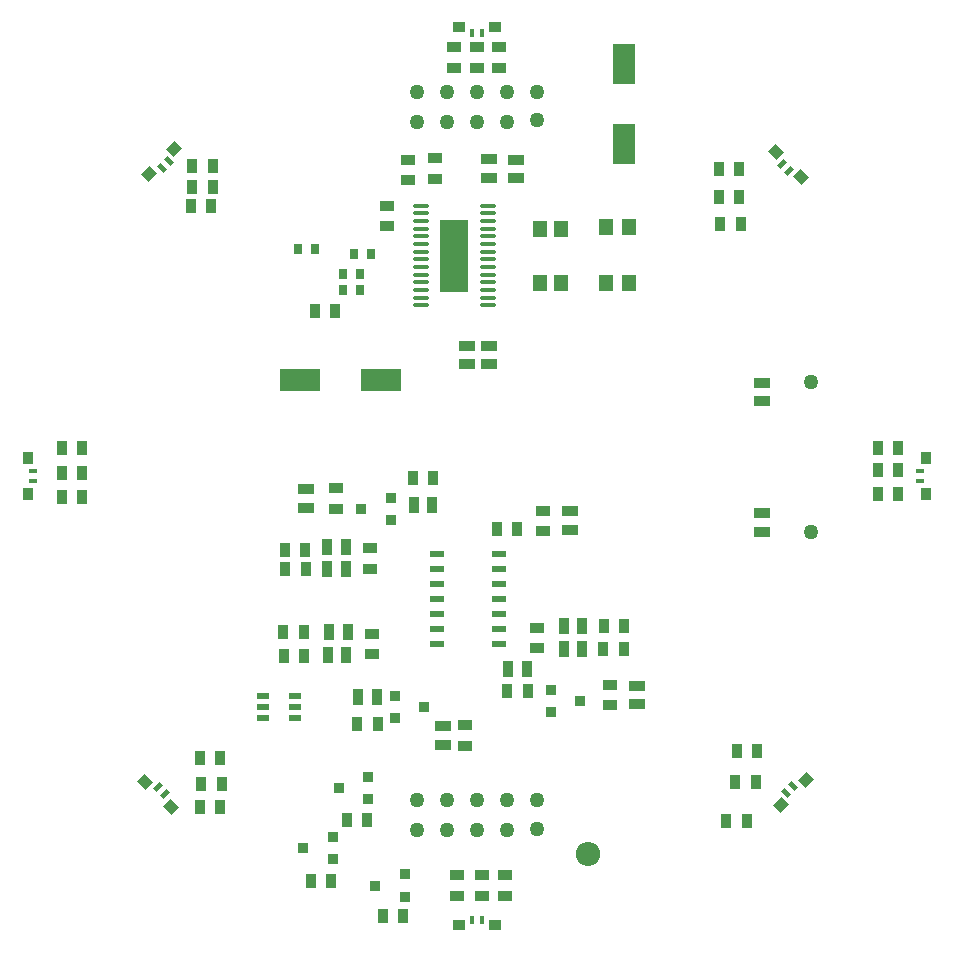
<source format=gbr>
%TF.GenerationSoftware,Altium Limited,Altium Designer,18.1.6 (161)*%
G04 Layer_Color=255*
%FSLAX26Y26*%
%MOIN*%
%TF.FileFunction,Pads,Top*%
%TF.Part,Single*%
G01*
G75*
%TA.AperFunction,SMDPad,CuDef*%
%ADD11R,0.137795X0.076772*%
G04:AMPARAMS|DCode=12|XSize=39.37mil|YSize=35.433mil|CornerRadius=0mil|HoleSize=0mil|Usage=FLASHONLY|Rotation=315.000|XOffset=0mil|YOffset=0mil|HoleType=Round|Shape=Rectangle|*
%AMROTATEDRECTD12*
4,1,4,-0.026447,0.001392,-0.001392,0.026447,0.026447,-0.001392,0.001392,-0.026447,-0.026447,0.001392,0.0*
%
%ADD12ROTATEDRECTD12*%

G04:AMPARAMS|DCode=13|XSize=15.748mil|YSize=31.496mil|CornerRadius=0mil|HoleSize=0mil|Usage=FLASHONLY|Rotation=315.000|XOffset=0mil|YOffset=0mil|HoleType=Round|Shape=Rectangle|*
%AMROTATEDRECTD13*
4,1,4,-0.016703,-0.005568,0.005568,0.016703,0.016703,0.005568,-0.005568,-0.016703,-0.016703,-0.005568,0.0*
%
%ADD13ROTATEDRECTD13*%

%ADD14R,0.053150X0.037402*%
%ADD15R,0.051181X0.033465*%
%ADD16R,0.033465X0.051181*%
%ADD17R,0.039370X0.023622*%
%ADD18R,0.037402X0.035433*%
%ADD19R,0.037402X0.053150*%
%ADD20R,0.046457X0.022835*%
%ADD21R,0.094488X0.242913*%
%ADD22O,0.055118X0.013780*%
%ADD23R,0.039370X0.035433*%
%ADD24R,0.015748X0.031496*%
G04:AMPARAMS|DCode=25|XSize=39.37mil|YSize=35.433mil|CornerRadius=0mil|HoleSize=0mil|Usage=FLASHONLY|Rotation=45.000|XOffset=0mil|YOffset=0mil|HoleType=Round|Shape=Rectangle|*
%AMROTATEDRECTD25*
4,1,4,-0.001392,-0.026447,-0.026447,-0.001392,0.001392,0.026447,0.026447,0.001392,-0.001392,-0.026447,0.0*
%
%ADD25ROTATEDRECTD25*%

G04:AMPARAMS|DCode=26|XSize=15.748mil|YSize=31.496mil|CornerRadius=0mil|HoleSize=0mil|Usage=FLASHONLY|Rotation=45.000|XOffset=0mil|YOffset=0mil|HoleType=Round|Shape=Rectangle|*
%AMROTATEDRECTD26*
4,1,4,0.005568,-0.016703,-0.016703,0.005568,-0.005568,0.016703,0.016703,-0.005568,0.005568,-0.016703,0.0*
%
%ADD26ROTATEDRECTD26*%

%ADD27R,0.035433X0.039370*%
%ADD28R,0.031496X0.015748*%
%ADD29R,0.076772X0.137795*%
%ADD30R,0.027559X0.035433*%
%ADD31R,0.045276X0.057087*%
%ADD32R,0.050591X0.057874*%
%TA.AperFunction,ComponentPad*%
%ADD36C,0.050000*%
%ADD37O,0.081102X0.081102*%
D11*
X2829213Y3470000D02*
D03*
X2559528D02*
D03*
D12*
X2045000Y2130000D02*
D03*
X2128517Y2046483D02*
D03*
X4231758Y4148242D02*
D03*
X4148242Y4231758D02*
D03*
D13*
X2110421Y2089634D02*
D03*
X2088150Y2111905D02*
D03*
X4166337Y4188608D02*
D03*
X4188608Y4166337D02*
D03*
D14*
X3191496Y3585000D02*
D03*
Y3522008D02*
D03*
X3460000Y3034094D02*
D03*
Y2971102D02*
D03*
X3685000Y2388504D02*
D03*
Y2451496D02*
D03*
X3037598Y2253504D02*
D03*
Y2316496D02*
D03*
X2580000Y3106496D02*
D03*
Y3043504D02*
D03*
X3116496Y3585000D02*
D03*
Y3522008D02*
D03*
X4100000Y3026496D02*
D03*
Y2963504D02*
D03*
Y3461496D02*
D03*
Y3398504D02*
D03*
X3280000Y4205000D02*
D03*
Y4142008D02*
D03*
X3190000Y4206496D02*
D03*
Y4143504D02*
D03*
D15*
X3370000Y3033465D02*
D03*
Y2966535D02*
D03*
X3595000Y2386535D02*
D03*
Y2453465D02*
D03*
X3348708Y2576535D02*
D03*
Y2643465D02*
D03*
X3110000Y2251535D02*
D03*
Y2318465D02*
D03*
X2680000Y3108465D02*
D03*
Y3041535D02*
D03*
X2793465Y2908465D02*
D03*
Y2841535D02*
D03*
X2798465Y2556535D02*
D03*
Y2623465D02*
D03*
X3010000Y4208465D02*
D03*
Y4141535D02*
D03*
X3085000Y1751535D02*
D03*
Y1818465D02*
D03*
X3165354Y1751535D02*
D03*
Y1818465D02*
D03*
X3245000Y1751535D02*
D03*
Y1818465D02*
D03*
X3075000Y4578465D02*
D03*
Y4511535D02*
D03*
X3225000Y4578465D02*
D03*
Y4511535D02*
D03*
X3149606Y4578465D02*
D03*
Y4511535D02*
D03*
X2850000Y4050000D02*
D03*
Y3983071D02*
D03*
X2920000Y4203465D02*
D03*
Y4136535D02*
D03*
D16*
X3283465Y2975000D02*
D03*
X3216535D02*
D03*
X2751535Y2325000D02*
D03*
X2818465D02*
D03*
X3251535Y2435000D02*
D03*
X3318465D02*
D03*
X3572827Y2650000D02*
D03*
X3639756D02*
D03*
X2505000Y2630000D02*
D03*
X2571929D02*
D03*
X2573465Y2550000D02*
D03*
X2506535D02*
D03*
X3003465Y3145000D02*
D03*
X2936535D02*
D03*
X2510000Y2905000D02*
D03*
X2576929D02*
D03*
X2578465Y2840000D02*
D03*
X2511535D02*
D03*
X3638465Y2575000D02*
D03*
X3571535D02*
D03*
X2226535Y2210000D02*
D03*
X2293465D02*
D03*
X2231535Y2125000D02*
D03*
X2298465D02*
D03*
X2228071Y2046483D02*
D03*
X2295000D02*
D03*
X1766535Y3245000D02*
D03*
X1833465D02*
D03*
X1766535Y3160000D02*
D03*
X1833465D02*
D03*
X1766535Y3080000D02*
D03*
X1833465D02*
D03*
X2201535Y4185000D02*
D03*
X2268465D02*
D03*
X2198071Y4050000D02*
D03*
X2265000D02*
D03*
X2201535Y4115000D02*
D03*
X2268465D02*
D03*
X2783465Y2005000D02*
D03*
X2716535D02*
D03*
X2663465Y1800000D02*
D03*
X2596535D02*
D03*
X2903465Y1685000D02*
D03*
X2836535D02*
D03*
X4048465Y2000000D02*
D03*
X3981535D02*
D03*
X4078465Y2130000D02*
D03*
X4011535D02*
D03*
X4083465Y2235000D02*
D03*
X4016535D02*
D03*
X4028465Y3991535D02*
D03*
X3961535D02*
D03*
X4023465Y4080000D02*
D03*
X3956535D02*
D03*
X4023465Y4175000D02*
D03*
X3956535D02*
D03*
X2610118Y3700000D02*
D03*
X2677047D02*
D03*
X4553465Y3090000D02*
D03*
X4486535D02*
D03*
X4553465Y3170000D02*
D03*
X4486535D02*
D03*
X4553465Y3245000D02*
D03*
X4486535D02*
D03*
D17*
X2544134Y2417402D02*
D03*
Y2380000D02*
D03*
Y2342599D02*
D03*
X2435866D02*
D03*
Y2380000D02*
D03*
Y2417402D02*
D03*
D18*
X3395787Y2362598D02*
D03*
X3494213Y2400000D02*
D03*
X3395787Y2437402D02*
D03*
X2875787Y2342598D02*
D03*
X2974213Y2380000D02*
D03*
X2875787Y2417402D02*
D03*
X2862717Y3077402D02*
D03*
X2764291Y3040000D02*
D03*
X2862717Y3002598D02*
D03*
X2788425Y2147402D02*
D03*
X2690000Y2110000D02*
D03*
X2788425Y2072598D02*
D03*
X2669213Y1947402D02*
D03*
X2570787Y1910000D02*
D03*
X2669213Y1872598D02*
D03*
X2909213Y1822402D02*
D03*
X2810787Y1785000D02*
D03*
X2909213Y1747598D02*
D03*
D19*
X3501496Y2650000D02*
D03*
X3438504D02*
D03*
X2753504Y2415000D02*
D03*
X2816496D02*
D03*
X3253504Y2507598D02*
D03*
X3316496D02*
D03*
X3501496Y2575000D02*
D03*
X3438504D02*
D03*
X2651969Y2553031D02*
D03*
X2714961D02*
D03*
X2656969Y2630000D02*
D03*
X2719961D02*
D03*
X3001496Y3055000D02*
D03*
X2938504D02*
D03*
X2650472Y2840000D02*
D03*
X2713465D02*
D03*
X2650472Y2915000D02*
D03*
X2713465D02*
D03*
D20*
X3015276Y2890000D02*
D03*
Y2840000D02*
D03*
Y2790000D02*
D03*
Y2740000D02*
D03*
Y2690000D02*
D03*
Y2640000D02*
D03*
Y2590000D02*
D03*
X3224724D02*
D03*
Y2640000D02*
D03*
Y2690000D02*
D03*
Y2740000D02*
D03*
Y2790000D02*
D03*
Y2840000D02*
D03*
Y2890000D02*
D03*
D21*
X3075000Y3885000D02*
D03*
D22*
X3185236Y3718661D02*
D03*
Y3744252D02*
D03*
Y3769843D02*
D03*
Y3795433D02*
D03*
Y3821024D02*
D03*
Y3846614D02*
D03*
Y3872205D02*
D03*
Y3897795D02*
D03*
Y3923386D02*
D03*
Y3948976D02*
D03*
Y3974567D02*
D03*
Y4000157D02*
D03*
Y4025748D02*
D03*
Y4051339D02*
D03*
X2964764Y3718661D02*
D03*
Y3744252D02*
D03*
Y3769843D02*
D03*
Y3795433D02*
D03*
Y3821024D02*
D03*
Y3846614D02*
D03*
Y3872205D02*
D03*
Y3897795D02*
D03*
Y3923386D02*
D03*
Y3948976D02*
D03*
Y3974567D02*
D03*
Y4000157D02*
D03*
Y4025748D02*
D03*
Y4051339D02*
D03*
D23*
X3090551Y1653543D02*
D03*
X3208661D02*
D03*
X3208661Y4645669D02*
D03*
X3090551D02*
D03*
D24*
X3165354Y1671260D02*
D03*
X3133858D02*
D03*
X3133858Y4627953D02*
D03*
X3165354D02*
D03*
D25*
X4161905Y2051850D02*
D03*
X4245421Y2135366D02*
D03*
X2141758Y4241758D02*
D03*
X2058242Y4158242D02*
D03*
D26*
X4202271Y2117271D02*
D03*
X4180000Y2095000D02*
D03*
X2101392Y4176337D02*
D03*
X2123663Y4198608D02*
D03*
D27*
X4645669Y3090551D02*
D03*
Y3208661D02*
D03*
X1653543Y3090551D02*
D03*
Y3208661D02*
D03*
D28*
X4627953Y3165354D02*
D03*
Y3133858D02*
D03*
X1671260Y3165354D02*
D03*
Y3133858D02*
D03*
D29*
X3640000Y4255158D02*
D03*
Y4524842D02*
D03*
D30*
X2704882Y3825000D02*
D03*
X2760000D02*
D03*
X2705000Y3770000D02*
D03*
X2760118D02*
D03*
X2610118Y3905315D02*
D03*
X2555000D02*
D03*
X2740000Y3890000D02*
D03*
X2795118D02*
D03*
D31*
X3359567Y3795000D02*
D03*
X3430433D02*
D03*
X3359567Y3973228D02*
D03*
X3430433D02*
D03*
D32*
X3581713Y3979724D02*
D03*
X3658287D02*
D03*
X3581713Y3795000D02*
D03*
X3658287D02*
D03*
D36*
X2949606Y4330709D02*
D03*
X3049606D02*
D03*
X3149606D02*
D03*
X3249606D02*
D03*
X3349606Y4335709D02*
D03*
Y4430709D02*
D03*
X3249606D02*
D03*
X3149606D02*
D03*
X3049606D02*
D03*
X2949606D02*
D03*
Y2068504D02*
D03*
X3049606D02*
D03*
X3149606D02*
D03*
X3249606D02*
D03*
X3349606D02*
D03*
Y1973504D02*
D03*
X3249606Y1968504D02*
D03*
X3149606D02*
D03*
X3049606D02*
D03*
X2949606D02*
D03*
X4265000Y2965000D02*
D03*
Y3465000D02*
D03*
D37*
X3520000Y1890000D02*
D03*
%TF.MD5,b5e1334a1aedb8c94b8d27931aa03441*%
M02*

</source>
